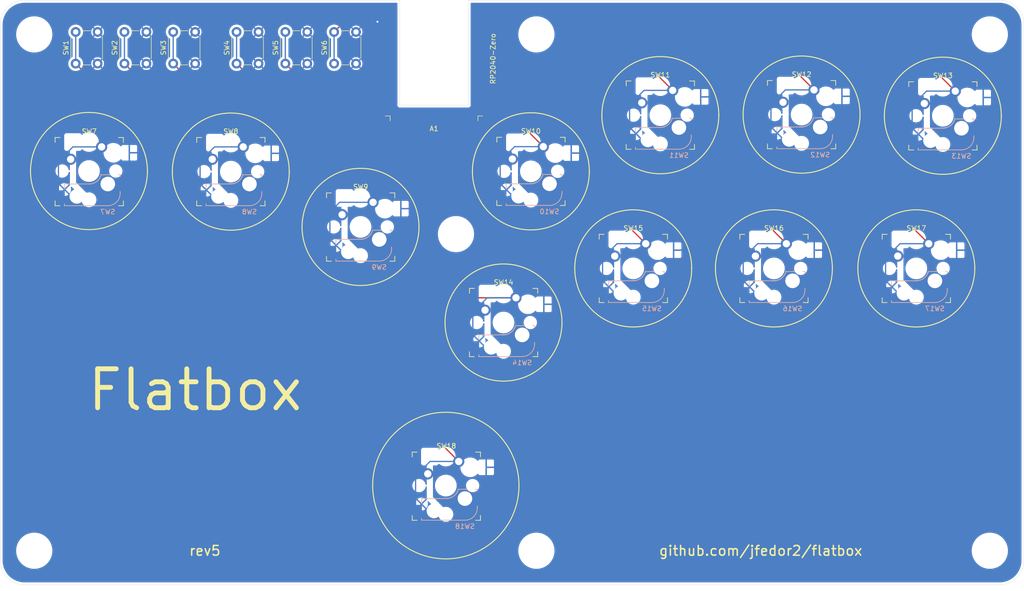
<source format=kicad_pcb>
(kicad_pcb (version 20211014) (generator pcbnew)
  (layers (0 "F.Cu" signal) (31 "B.Cu" signal) (34 "B.Paste" user) (35 "F.Paste" user) (36 "B.SilkS" user "B.Silkscreen") (37 "F.SilkS" user "F.Silkscreen") (38 "B.Mask" user) (39 "F.Mask" user) (44 "Edge.Cuts" user))
  (net 0 "")
  (net 1 "GND")
  (net 2 "LEFT")
  (net 3 "DOWN")
  (net 4 "RIGHT")
  (net 5 "UP")
  (net 6 "L1")
  (net 7 "R1")
  (net 8 "TRIANGLE")
  (net 9 "SQUARE")
  (net 10 "CIRCLE")
  (net 11 "CROSS")
  (net 12 "R2")
  (net 13 "L2")
  (net 14 "OPT1")
  (net 15 "OPT2")
  (net 16 "OPT3")
  (net 17 "OPT4")
  (net 18 "OPT5")
  (net 19 "OPT6")
  (footprint "MountingHole:MountingHole_6.4mm_M6" (layer "F.Cu") (at 47 37)
    (fp_text reference "H1" hide)
    (fp_text value "MountingHole")
    (pad "" np_thru_hole circle locked (at 0 0) (size 6.4 6.4) (drill 6.4) (layers *.Cu *.Mask))
  )
  (footprint "MountingHole:MountingHole_6.4mm_M6" (layer "F.Cu") (at 47 143)
    (fp_text reference "H4" hide)
    (fp_text value "MountingHole")
    (pad "" np_thru_hole circle locked (at 0 0) (size 6.4 6.4) (drill 6.4) (layers *.Cu *.Mask))
  )
  (footprint "MountingHole:MountingHole_6.4mm_M6" (layer "F.Cu") (at 243 143)
    (fp_text reference "H6" hide)
    (fp_text value "MountingHole")
    (pad "" np_thru_hole circle locked (at 0 0) (size 6.4 6.4) (drill 6.4) (layers *.Cu *.Mask))
  )
  (footprint "MountingHole:MountingHole_6.4mm_M6" (layer "F.Cu") (at 243 37)
    (fp_text reference "H3" hide)
    (fp_text value "MountingHole")
    (pad "" np_thru_hole circle locked (at 0 0) (size 6.4 6.4) (drill 6.4) (layers *.Cu *.Mask))
  )
  (footprint "MountingHole:MountingHole_6.4mm_M6" (layer "F.Cu") (at 150 37)
    (fp_text reference "H2" hide)
    (fp_text value "MountingHole")
    (pad "" np_thru_hole circle locked (at 0 0) (size 6.4 6.4) (drill 6.4) (layers *.Cu *.Mask))
  )
  (footprint "Button_Switch_THT:SW_PUSH_6mm_H5mm" (layer "F.Cu") (at 88.5 43 90)
    (fp_text reference "SW4" (at 3.25 -2 90) (layer "F.SilkS"))
    (fp_text value "SW_Push")
    (pad "1" thru_hole circle locked (at 6.5 0 180) (size 2 2) (drill 1.1) (layers *.Cu *.Mask) (net 17 "OPT4"))
    (pad "1" thru_hole circle locked (at 0 0 180) (size 2 2) (drill 1.1) (layers *.Cu *.Mask) (net 17 "OPT4"))
    (pad "2" thru_hole circle locked (at 0 4.5 180) (size 2 2) (drill 1.1) (layers *.Cu *.Mask) (net 1 "GND"))
    (pad "2" thru_hole circle locked (at 6.5 4.5 180) (size 2 2) (drill 1.1) (layers *.Cu *.Mask) (net 1 "GND"))
  )
  (footprint "Button_Switch_THT:SW_PUSH_6mm_H5mm" (layer "F.Cu") (at 65.5 43 90)
    (fp_text reference "SW2" (at 3.25 -2 90) (layer "F.SilkS"))
    (fp_text value "SW_Push")
    (pad "1" thru_hole circle locked (at 6.5 0 180) (size 2 2) (drill 1.1) (layers *.Cu *.Mask) (net 15 "OPT2"))
    (pad "1" thru_hole circle locked (at 0 0 180) (size 2 2) (drill 1.1) (layers *.Cu *.Mask) (net 15 "OPT2"))
    (pad "2" thru_hole circle locked (at 6.5 4.5 180) (size 2 2) (drill 1.1) (layers *.Cu *.Mask) (net 1 "GND"))
    (pad "2" thru_hole circle locked (at 0 4.5 180) (size 2 2) (drill 1.1) (layers *.Cu *.Mask) (net 1 "GND"))
  )
  (footprint "Button_Switch_THT:SW_PUSH_6mm_H5mm" (layer "F.Cu") (at 98.5 43 90)
    (fp_text reference "SW5" (at 3.25 -2 90) (layer "F.SilkS"))
    (fp_text value "SW_Push")
    (pad "1" thru_hole circle locked (at 6.5 0 180) (size 2 2) (drill 1.1) (layers *.Cu *.Mask) (net 18 "OPT5"))
    (pad "1" thru_hole circle locked (at 0 0 180) (size 2 2) (drill 1.1) (layers *.Cu *.Mask) (net 18 "OPT5"))
    (pad "2" thru_hole circle locked (at 6.5 4.5 180) (size 2 2) (drill 1.1) (layers *.Cu *.Mask) (net 1 "GND"))
    (pad "2" thru_hole circle locked (at 0 4.5 180) (size 2 2) (drill 1.1) (layers *.Cu *.Mask) (net 1 "GND"))
  )
  (footprint "Button_Switch_THT:SW_PUSH_6mm_H5mm" (layer "F.Cu") (at 55.5 43 90)
    (fp_text reference "SW1" (at 3.25 -2 90) (layer "F.SilkS"))
    (fp_text value "SW_Push")
    (pad "1" thru_hole circle locked (at 6.5 0 180) (size 2 2) (drill 1.1) (layers *.Cu *.Mask) (net 14 "OPT1"))
    (pad "1" thru_hole circle locked (at 0 0 180) (size 2 2) (drill 1.1) (layers *.Cu *.Mask) (net 14 "OPT1"))
    (pad "2" thru_hole circle locked (at 0 4.5 180) (size 2 2) (drill 1.1) (layers *.Cu *.Mask) (net 1 "GND"))
    (pad "2" thru_hole circle locked (at 6.5 4.5 180) (size 2 2) (drill 1.1) (layers *.Cu *.Mask) (net 1 "GND"))
  )
  (footprint "Button_Switch_THT:SW_PUSH_6mm_H5mm" (layer "F.Cu") (at 75.5 43 90)
    (fp_text reference "SW3" (at 3.25 -2 90) (layer "F.SilkS"))
    (fp_text value "SW_Push")
    (pad "1" thru_hole circle locked (at 0 0 180) (size 2 2) (drill 1.1) (layers *.Cu *.Mask) (net 16 "OPT3"))
    (pad "1" thru_hole circle locked (at 6.5 0 180) (size 2 2) (drill 1.1) (layers *.Cu *.Mask) (net 16 "OPT3"))
    (pad "2" thru_hole circle locked (at 6.5 4.5 180) (size 2 2) (drill 1.1) (layers *.Cu *.Mask) (net 1 "GND"))
    (pad "2" thru_hole circle locked (at 0 4.5 180) (size 2 2) (drill 1.1) (layers *.Cu *.Mask) (net 1 "GND"))
  )
  (footprint "Button_Switch_THT:SW_PUSH_6mm_H5mm" (layer "F.Cu") (at 108.5 43 90)
    (fp_text reference "SW6" (at 3.25 -2 90) (layer "F.SilkS"))
    (fp_text value "SW_Push")
    (pad "1" thru_hole circle locked (at 0 0 180) (size 2 2) (drill 1.1) (layers *.Cu *.Mask) (net 19 "OPT6"))
    (pad "1" thru_hole circle locked (at 6.5 0 180) (size 2 2) (drill 1.1) (layers *.Cu *.Mask) (net 19 "OPT6"))
    (pad "2" thru_hole circle locked (at 6.5 4.5 180) (size 2 2) (drill 1.1) (layers *.Cu *.Mask) (net 1 "GND"))
    (pad "2" thru_hole circle locked (at 0 4.5 180) (size 2 2) (drill 1.1) (layers *.Cu *.Mask) (net 1 "GND"))
  )
  (footprint "MountingHole:MountingHole_6.4mm_M6" (layer "F.Cu") (at 133.5 78)
    (fp_text reference "H7" hide)
    (fp_text value "MountingHole")
    (pad "" np_thru_hole circle locked (at 0 0) (size 6.4 6.4) (drill 6.4) (layers *.Cu *.Mask))
  )
  (footprint "MountingHole:MountingHole_6.4mm_M6" (layer "F.Cu") (at 150 143)
    (fp_text reference "H5" hide)
    (fp_text value "MountingHole")
    (pad "" np_thru_hole circle locked (at 0 0) (size 6.4 6.4) (drill 6.4) (layers *.Cu *.Mask))
  )
  (footprint "keyswitches:Kailh_socket_MX_optional" (layer "F.Cu") (at 143.265 96.15)
    (fp_text reference "SW14" (at 0 -8.255) (layer "F.SilkS"))
    (fp_text value "SW_Push")
    (fp_text user "${REFERENCE}" (at 3.81 8.255) (layer "B.SilkS") (effects (justify mirror)))
    (pad "" np_thru_hole circle locked (at -5.08 0) (size 1.7018 1.7018) (drill 1.7018) (layers *.Cu *.Mask))
    (pad "" np_thru_hole circle locked (at 3.81 2.54) (size 3 3) (drill 3) (layers *.Cu *.Mask))
    (pad "" np_thru_hole circle locked (at 0 0) (size 3.9878 3.9878) (drill 3.9878) (layers *.Cu *.Mask))
    (pad "" np_thru_hole circle locked (at 5.08 0) (size 1.7018 1.7018) (drill 1.7018) (layers *.Cu *.Mask))
    (pad "" np_thru_hole circle locked (at -2.54 5.08) (size 3 3) (drill 3) (layers *.Cu *.Mask))
    (pad "1" smd rect locked (at -6.29 5.08) (size 2.55 2.5) (layers "B.Cu" "B.Paste" "B.Mask") (net 11 "CROSS"))
    (pad "1" thru_hole circle locked (at 2.54 -5.08) (size 2.286 2.286) (drill 1.4986) (layers *.Cu *.Mask) (net 11 "CROSS"))
    (pad "2" thru_hole circle locked (at -3.81 -2.54) (size 2.286 2.286) (drill 1.4986) (layers *.Cu *.Mask) (net 1 "GND"))
    (pad "2" smd rect locked (at 7.56 2.54) (size 2.55 2.5) (layers "B.Cu" "B.Paste" "B.Mask") (net 1 "GND"))
  )
  (footprint "keyswitches:Kailh_socket_MX_optional" (layer "F.Cu") (at 131.525 129.75)
    (fp_text reference "SW18" (at 0 -8.255) (layer "F.SilkS"))
    (fp_text value "SW_Push")
    (fp_text user "${REFERENCE}" (at 3.81 8.255) (layer "B.SilkS") (effects (justify mirror)))
    (pad "" np_thru_hole circle locked (at -5.08 0) (size 1.7018 1.7018) (drill 1.7018) (layers *.Cu *.Mask))
    (pad "" np_thru_hole circle locked (at 0 0) (size 3.9878 3.9878) (drill 3.9878) (layers *.Cu *.Mask))
    (pad "" np_thru_hole circle locked (at -2.54 5.08) (size 3 3) (drill 3) (layers *.Cu *.Mask))
    (pad "" np_thru_hole circle locked (at 5.08 0) (size 1.7018 1.7018) (drill 1.7018) (layers *.Cu *.Mask))
    (pad "" np_thru_hole circle locked (at 3.81 2.54) (size 3 3) (drill 3) (layers *.Cu *.Mask))
    (pad "1" thru_hole circle locked (at 2.54 -5.08) (size 2.286 2.286) (drill 1.4986) (layers *.Cu *.Mask) (net 5 "UP"))
    (pad "1" smd rect locked (at -6.29 5.08) (size 2.55 2.5) (layers "B.Cu" "B.Paste" "B.Mask") (net 5 "UP"))
    (pad "2" thru_hole circle locked (at -3.81 -2.54) (size 2.286 2.286) (drill 1.4986) (layers *.Cu *.Mask) (net 1 "GND"))
    (pad "2" smd rect locked (at 7.56 2.54) (size 2.55 2.5) (layers "B.Cu" "B.Paste" "B.Mask") (net 1 "GND"))
  )
  (footprint "keyswitches:Kailh_socket_MX_optional" (layer "F.Cu") (at 204.39 53.475)
    (fp_text reference "SW12" (at 0 -8.255) (layer "F.SilkS"))
    (fp_text value "SW_Push")
    (fp_text user "${REFERENCE}" (at 3.81 8.255) (layer "B.SilkS") (effects (justify mirror)))
    (pad "" np_thru_hole circle locked (at 3.81 2.54) (size 3 3) (drill 3) (layers *.Cu *.Mask))
    (pad "" np_thru_hole circle locked (at 0 0) (size 3.9878 3.9878) (drill 3.9878) (layers *.Cu *.Mask))
    (pad "" np_thru_hole circle locked (at 5.08 0) (size 1.7018 1.7018) (drill 1.7018) (layers *.Cu *.Mask))
    (pad "" np_thru_hole circle locked (at -2.54 5.08) (size 3 3) (drill 3) (layers *.Cu *.Mask))
    (pad "" np_thru_hole circle locked (at -5.08 0) (size 1.7018 1.7018) (drill 1.7018) (layers *.Cu *.Mask))
    (pad "1" thru_hole circle locked (at 2.54 -5.08) (size 2.286 2.286) (drill 1.4986) (layers *.Cu *.Mask) (net 7 "R1"))
    (pad "1" smd rect locked (at -6.29 5.08) (size 2.55 2.5) (layers "B.Cu" "B.Paste" "B.Mask") (net 7 "R1"))
    (pad "2" smd rect locked (at 7.56 2.54) (size 2.55 2.5) (layers "B.Cu" "B.Paste" "B.Mask") (net 1 "GND"))
    (pad "2" thru_hole circle locked (at -3.81 -2.54) (size 2.286 2.286) (drill 1.4986) (layers *.Cu *.Mask) (net 1 "GND"))
  )
  (footprint "RP2040-Zero:RP2040-Zero" (layer "F.Cu") (at 129 42)
    (fp_text reference "A1" (at 0 14.35 unlocked) (layer "F.SilkS"))
    (fp_text value "RP2040-Zero")
    (pad "1" smd roundrect (at 9.16 -10.16 180) (size 3 1.524) (layers "F.Cu" "F.Paste" "F.Mask"))
    (pad "2" smd roundrect (at 9.16 -7.62 180) (size 3 1.524) (layers "F.Cu" "F.Paste" "F.Mask"))
    (pad "3" smd roundrect (at 9.16 -5.08 180) (size 3 1.524) (layers "F.Cu" "F.Paste" "F.Mask") (net 6 "L1"))
    (pad "4" smd roundrect (at 9.16 -2.54 180) (size 3 1.524) (layers "F.Cu" "F.Paste" "F.Mask") (net 13 "L2"))
    (pad "5" smd roundrect (at 9.16 0 180) (size 3 1.524) (layers "F.Cu" "F.Paste" "F.Mask") (net 7 "R1"))
    (pad "6" smd roundrect (at 9.16 2.54 180) (size 3 1.524) (layers "F.Cu" "F.Paste" "F.Mask") (net 12 "R2"))
    (pad "7" smd roundrect (at 9.16 5.08 180) (size 3 1.524) (layers "F.Cu" "F.Paste" "F.Mask") (net 8 "TRIANGLE"))
    (pad "8" smd roundrect (at 9.16 7.62 180) (size 3 1.524) (layers "F.Cu" "F.Paste" "F.Mask") (net 10 "CIRCLE"))
    (pad "9" smd roundrect (at 9.16 10.16 180) (size 3 1.524) (layers "F.Cu" "F.Paste" "F.Mask") (net 9 "SQUARE"))
    (pad "10" smd roundrect (at 5.08 11.7 270) (size 3 1.524) (layers "F.Cu" "F.Paste" "F.Mask") (net 11 "CROSS"))
    (pad "11" smd roundrect (at 2.54 11.7 270) (size 3 1.524) (layers "F.Cu" "F.Paste" "F.Mask") (net 5 "UP"))
    (pad "12" smd roundrect (at 0 11.7 270) (size 3 1.524) (layers "F.Cu" "F.Paste" "F.Mask") (net 4 "RIGHT"))
    (pad "13" smd roundrect (at -2.54 11.7 270) (size 3 1.524) (layers "F.Cu" "F.Paste" "F.Mask") (net 3 "DOWN"))
    (pad "14" smd roundrect (at -5.08 11.7 90) (size 3 1.524) (layers "F.Cu" "F.Paste" "F.Mask") (net 2 "LEFT"))
    (pad "15" smd roundrect (at -9.16 10.16 180) (size 3 1.524) (layers "F.Cu" "F.Paste" "F.Mask") (net 14 "OPT1"))
    (pad "16" smd roundrect (at -9.16 7.62 180) (size 3 1.524) (layers "F.Cu" "F.Paste" "F.Mask") (net 15 "OPT2"))
    (pad "17" smd roundrect (at -9.16 5.08 180) (size 3 1.524) (layers "F.Cu" "F.Paste" "F.Mask") (net 16 "OPT3"))
    (pad "18" smd roundrect (at -9.16 2.54 180) (size 3 1.524) (layers "F.Cu" "F.Paste" "F.Mask") (net 17 "OPT4"))
    (pad "19" smd roundrect (at -9.16 0 180) (size 3 1.524) (layers "F.Cu" "F.Paste" "F.Mask") (net 18 "OPT5"))
    (pad "20" smd roundrect (at -9.16 -2.54 180) (size 3 1.524) (layers "F.Cu" "F.Paste" "F.Mask") (net 19 "OPT6"))
    (pad "21" smd roundrect (at -9.16 -5.08 180) (size 3 1.524) (layers "F.Cu" "F.Paste" "F.Mask"))
    (pad "22" smd roundrect (at -9.16 -10.16 180) (size 3 1.524) (layers "F.Cu" "F.Paste" "F.Mask"))
    (pad "23" smd roundrect (at -9.16 -7.62 180) (size 3 1.524) (layers "F.Cu" "F.Paste" "F.Mask") (net 1 "GND"))
  )
  (footprint "keyswitches:Kailh_socket_MX_optional" (layer "F.Cu") (at 198.725 85.05)
    (fp_text reference "SW16" (at 0 -8.255) (layer "F.SilkS"))
    (fp_text value "SW_Push")
    (fp_text user "${REFERENCE}" (at 3.81 8.255) (layer "B.SilkS") (effects (justify mirror)))
    (pad "" np_thru_hole circle locked (at -2.54 5.08) (size 3 3) (drill 3) (layers *.Cu *.Mask))
    (pad "" np_thru_hole circle locked (at 3.81 2.54) (size 3 3) (drill 3) (layers *.Cu *.Mask))
    (pad "" np_thru_hole circle locked (at 5.08 0) (size 1.7018 1.7018) (drill 1.7018) (layers *.Cu *.Mask))
    (pad "" np_thru_hole circle locked (at -5.08 0) (size 1.7018 1.7018) (drill 1.7018) (layers *.Cu *.Mask))
    (pad "" np_thru_hole circle locked (at 0 0) (size 3.9878 3.9878) (drill 3.9878) (layers *.Cu *.Mask))
    (pad "1" thru_hole circle locked (at 2.54 -5.08) (size 2.286 2.286) (drill 1.4986) (layers *.Cu *.Mask) (net 12 "R2"))
    (pad "1" smd rect locked (at -6.29 5.08) (size 2.55 2.5) (layers "B.Cu" "B.Paste" "B.Mask") (net 12 "R2"))
    (pad "2" smd rect locked (at 7.56 2.54) (size 2.55 2.5) (layers "B.Cu" "B.Paste" "B.Mask") (net 1 "GND"))
    (pad "2" thru_hole circle locked (at -3.81 -2.54) (size 2.286 2.286) (drill 1.4986) (layers *.Cu *.Mask) (net 1 "GND"))
  )
  (footprint "keyswitches:Kailh_socket_MX_optional" (layer "F.Cu") (at 175.415 53.575)
    (fp_text reference "SW11" (at 0 -8.255) (layer "F.SilkS"))
    (fp_text value "SW_Push")
    (fp_text user "${REFERENCE}" (at 3.81 8.255) (layer "B.SilkS") (effects (justify mirror)))
    (pad "" np_thru_hole circle locked (at -2.54 5.08) (size 3 3) (drill 3) (layers *.Cu *.Mask))
    (pad "" np_thru_hole circle locked (at 5.08 0) (size 1.7018 1.7018) (drill 1.7018) (layers *.Cu *.Mask))
    (pad "" np_thru_hole circle locked (at 0 0) (size 3.9878 3.9878) (drill 3.9878) (layers *.Cu *.Mask))
    (pad "" np_thru_hole circle locked (at 3.81 2.54) (size 3 3) (drill 3) (layers *.Cu *.Mask))
    (pad "" np_thru_hole circle locked (at -5.08 0) (size 1.7018 1.7018) (drill 1.7018) (layers *.Cu *.Mask))
    (pad "1" smd rect locked (at -6.29 5.08) (size 2.55 2.5) (layers "B.Cu" "B.Paste" "B.Mask") (net 8 "TRIANGLE"))
    (pad "1" thru_hole circle locked (at 2.54 -5.08) (size 2.286 2.286) (drill 1.4986) (layers *.Cu *.Mask) (net 8 "TRIANGLE"))
    (pad "2" smd rect locked (at 7.56 2.54) (size 2.55 2.5) (layers "B.Cu" "B.Paste" "B.Mask") (net 1 "GND"))
    (pad "2" thru_hole circle locked (at -3.81 -2.54) (size 2.286 2.286) (drill 1.4986) (layers *.Cu *.Mask) (net 1 "GND"))
  )
  (footprint "keyswitches:Kailh_socket_MX_optional" (layer "F.Cu") (at 58.275 65.175)
    (fp_text reference "SW7" (at 0 -8.255) (layer "F.SilkS"))
    (fp_text value "SW_Push")
    (fp_text user "${REFERENCE}" (at 3.81 8.255) (layer "B.SilkS") (effects (justify mirror)))
    (pad "" np_thru_hole circle locked (at 0 0) (size 3.9878 3.9878) (drill 3.9878) (layers *.Cu *.Mask))
    (pad "" np_thru_hole circle locked (at 5.08 0) (size 1.7018 1.7018) (drill 1.7018) (layers *.Cu *.Mask))
    (pad "" np_thru_hole circle locked (at -5.08 0) (size 1.7018 1.7018) (drill 1.7018) (layers *.Cu *.Mask))
    (pad "" np_thru_hole circle locked (at 3.81 2.54) (size 3 3) (drill 3) (layers *.Cu *.Mask))
    (pad "" np_thru_hole circle locked (at -2.54 5.08) (size 3 3) (drill 3) (layers *.Cu *.Mask))
    (pad "1" thru_hole circle locked (at 2.54 -5.08) (size 2.286 2.286) (drill 1.4986) (layers *.Cu *.Mask) (net 2 "LEFT"))
    (pad "1" smd rect locked (at -6.29 5.08) (size 2.55 2.5) (layers "B.Cu" "B.Paste" "B.Mask") (net 2 "LEFT"))
    (pad "2" smd rect locked (at 7.56 2.54) (size 2.55 2.5) (layers "B.Cu" "B.Paste" "B.Mask") (net 1 "GND"))
    (pad "2" thru_hole circle locked (at -3.81 -2.54) (size 2.286 2.286) (drill 1.4986) (layers *.Cu *.Mask) (net 1 "GND"))
  )
  (footprint "keyswitches:Kailh_socket_MX_optional" (layer "F.Cu") (at 87.325 65.175)
    (fp_text reference "SW8" (at 0 -8.255) (layer "F.SilkS"))
    (fp_text value "SW_Push")
    (fp_text user "${REFERENCE}" (at 3.81 8.255) (layer "B.SilkS") (effects (justify mirror)))
    (pad "" np_thru_hole circle locked (at 0 0) (size 3.9878 3.9878) (drill 3.9878) (layers *.Cu *.Mask))
    (pad "" np_thru_hole circle locked (at -5.08 0) (size 1.7018 1.7018) (drill 1.7018) (layers *.Cu *.Mask))
    (pad "" np_thru_hole circle locked (at -2.54 5.08) (size 3 3) (drill 3) (layers *.Cu *.Mask))
    (pad "" np_thru_hole circle locked (at 3.81 2.54) (size 3 3) (drill 3) (layers *.Cu *.Mask))
    (pad "" np_thru_hole circle locked (at 5.08 0) (size 1.7018 1.7018) (drill 1.7018) (layers *.Cu *.Mask))
    (pad "1" thru_hole circle locked (at 2.54 -5.08) (size 2.286 2.286) (drill 1.4986) (layers *.Cu *.Mask) (net 3 "DOWN"))
    (pad "1" smd rect locked (at -6.29 5.08) (size 2.55 2.5) (layers "B.Cu" "B.Paste" "B.Mask") (net 3 "DOWN"))
    (pad "2" thru_hole circle locked (at -3.81 -2.54) (size 2.286 2.286) (drill 1.4986) (layers *.Cu *.Mask) (net 1 "GND"))
    (pad "2" smd rect locked (at 7.56 2.54) (size 2.55 2.5) (layers "B.Cu" "B.Paste" "B.Mask") (net 1 "GND"))
  )
  (footprint "keyswitches:Kailh_socket_MX_optional" (layer "F.Cu") (at 169.875 85.05)
    (fp_text reference "SW15" (at 0 -8.255) (layer "F.SilkS"))
    (fp_text value "SW_Push")
    (fp_text user "${REFERENCE}" (at 3.81 8.255) (layer "B.SilkS") (effects (justify mirror)))
    (pad "" np_thru_hole circle locked (at 3.81 2.54) (size 3 3) (drill 3) (layers *.Cu *.Mask))
    (pad "" np_thru_hole circle locked (at -5.08 0) (size 1.7018 1.7018) (drill 1.7018) (layers *.Cu *.Mask))
    (pad "" np_thru_hole circle locked (at -2.54 5.08) (size 3 3) (drill 3) (layers *.Cu *.Mask))
    (pad "" np_thru_hole circle locked (at 5.08 0) (size 1.7018 1.7018) (drill 1.7018) (layers *.Cu *.Mask))
    (pad "" np_thru_hole circle locked (at 0 0) (size 3.9878 3.9878) (drill 3.9878) (layers *.Cu *.Mask))
    (pad "1" thru_hole circle locked (at 2.54 -5.08) (size 2.286 2.286) (drill 1.4986) (layers *.Cu *.Mask) (net 10 "CIRCLE"))
    (pad "1" smd rect locked (at -6.29 5.08) (size 2.55 2.5) (layers "B.Cu" "B.Paste" "B.Mask") (net 10 "CIRCLE"))
    (pad "2" thru_hole circle locked (at -3.81 -2.54) (size 2.286 2.286) (drill 1.4986) (layers *.Cu *.Mask) (net 1 "GND"))
    (pad "2" smd rect locked (at 7.56 2.54) (size 2.55 2.5) (layers "B.Cu" "B.Paste" "B.Mask") (net 1 "GND"))
  )
  (footprint "keyswitches:Kailh_socket_MX_optional" (layer "F.Cu") (at 233.37 53.725)
    (fp_text reference "SW13" (at 0 -8.255) (layer "F.SilkS"))
    (fp_text value "SW_Push")
    (fp_text user "${REFERENCE}" (at 3.81 8.255) (layer "B.SilkS") (effects (justify mirror)))
    (pad "" np_thru_hole circle locked (at -2.54 5.08) (size 3 3) (drill 3) (layers *.Cu *.Mask))
    (pad "" np_thru_hole circle locked (at 0 0) (size 3.9878 3.9878) (drill 3.9878) (layers *.Cu *.Mask))
    (pad "" np_thru_hole circle locked (at 3.81 2.54) (size 3 3) (drill 3) (layers *.Cu *.Mask))
    (pad "" np_thru_hole circle locked (at -5.08 0) (size 1.7018 1.7018) (drill 1.7018) (layers *.Cu *.Mask))
    (pad "" np_thru_hole circle locked (at 5.08 0) (size 1.7018 1.7018) (drill 1.7018) (layers *.Cu *.Mask))
    (pad "1" thru_hole circle locked (at 2.54 -5.08) (size 2.286 2.286) (drill 1.4986) (layers *.Cu *.Mask) (net 6 "L1"))
    (pad "1" smd rect locked (at -6.29 5.08) (size 2.55 2.5) (layers "B.Cu" "B.Paste" "B.Mask") (net 6 "L1"))
    (pad "2" thru_hole circle locked (at -3.81 -2.54) (size 2.286 2.286) (drill 1.4986) (layers *.Cu *.Mask) (net 1 "GND"))
    (pad "2" smd rect locked (at 7.56 2.54) (size 2.55 2.5) (layers "B.Cu" "B.Paste" "B.Mask") (net 1 "GND"))
  )
  (footprint "keyswitches:Kailh_socket_MX_optional" (layer "F.Cu") (at 113.95 76.55)
    (fp_text reference "SW9" (at 0 -8.255) (layer "F.SilkS"))
    (fp_text value "SW_Push")
    (fp_text user "${REFERENCE}" (at 3.81 8.255) (layer "B.SilkS") (effects (justify mirror)))
    (pad "" np_thru_hole circle locked (at 0 0) (size 3.9878 3.9878) (drill 3.9878) (layers *.Cu *.Mask))
    (pad "" np_thru_hole circle locked (at 5.08 0) (size 1.7018 1.7018) (drill 1.7018) (layers *.Cu *.Mask))
    (pad "" np_thru_hole circle locked (at 3.81 2.54) (size 3 3) (drill 3) (layers *.Cu *.Mask))
    (pad "" np_thru_hole circle locked (at -5.08 0) (size 1.7018 1.7018) (drill 1.7018) (layers *.Cu *.Mask))
    (pad "" np_thru_hole circle locked (at -2.54 5.08) (size 3 3) (drill 3) (layers *.Cu *.Mask))
    (pad "1" thru_hole circle locked (at 2.54 -5.08) (size 2.286 2.286) (drill 1.4986) (layers *.Cu *.Mask) (net 4 "RIGHT"))
    (pad "1" smd rect locked (at -6.29 5.08) (size 2.55 2.5) (layers "B.Cu" "B.Paste" "B.Mask") (net 4 "RIGHT"))
    (pad "2" smd rect locked (at 7.56 2.54) (size 2.55 2.5) (layers "B.Cu" "B.Paste" "B.Mask") (net 1 "GND"))
    (pad "2" thru_hole circle locked (at -3.81 -2.54) (size 2.286 2.286) (drill 1.4986) (layers *.Cu *.Mask) (net 1 "GND"))
  )
  (footprint "keyswitches:Kailh_socket_MX_optional" (layer "F.Cu") (at 148.875 65.125)
    (fp_text reference "SW10" (at 0 -8.255) (layer "F.SilkS"))
    (fp_text value "SW_Push")
    (fp_text user "${REFERENCE}" (at 3.81 8.255) (layer "B.SilkS") (effects (justify mirror)))
    (pad "" np_thru_hole circle locked (at 5.08 0) (size 1.7018 1.7018) (drill 1.7018) (layers *.Cu *.Mask))
    (pad "" np_thru_hole circle locked (at 3.81 2.54) (size 3 3) (drill 3) (layers *.Cu *.Mask))
    (pad "" np_thru_hole circle locked (at 0 0) (size 3.9878 3.9878) (drill 3.9878) (layers *.Cu *.Mask))
    (pad "" np_thru_hole circle locked (at -2.54 5.08) (size 3 3) (drill 3) (layers *.Cu *.Mask))
    (pad "" np_thru_hole circle locked (at -5.08 0) (size 1.7018 1.7018) (drill 1.7018) (layers *.Cu *.Mask))
    (pad "1" thru_hole circle locked (at 2.54 -5.08) (size 2.286 2.286) (drill 1.4986) (layers *.Cu *.Mask) (net 9 "SQUARE"))
    (pad "1" smd rect locked (at -6.29 5.08) (size 2.55 2.5) (layers "B.Cu" "B.Paste" "B.Mask") (net 9 "SQUARE"))
    (pad "2" thru_hole circle locked (at -3.81 -2.54) (size 2.286 2.286) (drill 1.4986) (layers *.Cu *.Mask) (net 1 "GND"))
    (pad "2" smd rect locked (at 7.56 2.54) (size 2.55 2.5) (layers "B.Cu" "B.Paste" "B.Mask") (net 1 "GND"))
  )
  (footprint "keyswitches:Kailh_socket_MX_optional" (layer "F.Cu") (at 227.925 85.05)
    (fp_text reference "SW17" (at 0 -8.255) (layer "F.SilkS"))
    (fp_text value "SW_Push")
    (fp_text user "${REFERENCE}" (at 3.81 8.255) (layer "B.SilkS") (effects (justify mirror)))
    (pad "" np_thru_hole circle locked (at 5.08 0) (size 1.7018 1.7018) (drill 1.7018) (layers *.Cu *.Mask))
    (pad "" np_thru_hole circle locked (at -2.54 5.08) (size 3 3) (drill 3) (layers *.Cu *.Mask))
    (pad "" np_thru_hole circle locked (at 3.81 2.54) (size 3 3) (drill 3) (layers *.Cu *.Mask))
    (pad "" np_thru_hole circle locked (at -5.08 0) (size 1.7018 1.7018) (drill 1.7018) (layers *.Cu *.Mask))
    (pad "" np_thru_hole circle locked (at 0 0) (size 3.9878 3.9878) (drill 3.9878) (layers *.Cu *.Mask))
    (pad "1" smd rect locked (at -6.29 5.08) (size 2.55 2.5) (layers "B.Cu" "B.Paste" "B.Mask") (net 13 "L2"))
    (pad "1" thru_hole circle locked (at 2.54 -5.08) (size 2.286 2.286) (drill 1.4986) (layers *.Cu *.Mask) (net 13 "L2"))
    (pad "2" smd rect locked (at 7.56 2.54) (size 2.55 2.5) (layers "B.Cu" "B.Paste" "B.Mask") (net 1 "GND"))
    (pad "2" thru_hole circle locked (at -3.81 -2.54) (size 2.286 2.286) (drill 1.4986) (layers *.Cu *.Mask) (net 1 "GND"))
  )
  (gr_line (start 216.382567 53.463258) (end 216.382567 53.463258) (layer "F.SilkS") (width 0.2))
  (gr_line (start 245.355098 53.699766) (end 245.355098 53.699766) (layer "F.SilkS") (width 0.2))
  (gr_curve (pts (xy 75.320345 65.17053) (xy 75.320345 60.873617) (xy 77.606529 56.903105) (xy 81.317714 54.754648)) (layer "F.SilkS") (width 0.2))
  (gr_curve (pts (xy 93.312452 54.754648) (xy 97.023636 56.903105) (xy 99.309821 60.873617) (xy 99.309821 65.17053)) (layer "F.SilkS") (width 0.2))
  (gr_curve (pts (xy 181.412661 63.9974) (xy 177.701476 66.145857) (xy 173.129108 66.145857) (xy 169.417923 63.9974)) (layer "F.SilkS") (width 0.2))
  (gr_curve (pts (xy 233.918028 74.621539) (xy 237.629213 76.769996) (xy 239.915397 80.740507) (xy 239.915397 85.037421)) (layer "F.SilkS") (width 0.2))
  (gr_line (start 187.41003 53.581518) (end 187.41003 53.581518) (layer "F.SilkS") (width 0.2))
  (gr_curve (pts (xy 233.918028 95.453303) (xy 230.206843 97.601759) (xy 225.634475 97.601759) (xy 221.92329 95.453303)) (layer "F.SilkS") (width 0.2))
  (gr_curve (pts (xy 123.913745 142.649412) (xy 119.271238 139.9618) (xy 116.411337 134.994889) (xy 116.411337 129.619665)) (layer "F.SilkS") (width 0.2))
  (gr_curve (pts (xy 204.70893 95.453303) (xy 200.997745 97.601759) (xy 196.425377 97.601759) (xy 192.714192 95.453303)) (layer "F.SilkS") (width 0.2))
  (gr_curve (pts (xy 192.714192 74.621539) (xy 196.425377 72.473082) (xy 200.997745 72.473082) (xy 204.70893 74.621539)) (layer "F.SilkS") (width 0.2))
  (gr_curve (pts (xy 239.915397 85.037421) (xy 239.915397 89.334334) (xy 237.629213 93.304846) (xy 233.918028 95.453303)) (layer "F.SilkS") (width 0.2))
  (gr_curve (pts (xy 142.865684 75.530868) (xy 139.154499 73.382411) (xy 136.868315 69.4119) (xy 136.868315 65.114986)) (layer "F.SilkS") (width 0.2))
  (gr_curve (pts (xy 210.706299 85.037421) (xy 210.706299 89.334334) (xy 208.420115 93.304846) (xy 204.70893 95.453303)) (layer "F.SilkS") (width 0.2))
  (gr_curve (pts (xy 210.385198 43.047376) (xy 214.096383 45.195832) (xy 216.382567 49.166344) (xy 216.382567 53.463258)) (layer "F.SilkS") (width 0.2))
  (gr_line (start 181.852021 85.037421) (end 181.852021 85.037421) (layer "F.SilkS") (width 0.2))
  (gr_curve (pts (xy 221.92329 95.453303) (xy 218.212105 93.304846) (xy 215.925921 89.334334) (xy 215.925921 85.037421)) (layer "F.SilkS") (width 0.2))
  (gr_curve (pts (xy 93.312452 75.586412) (xy 89.601267 77.734869) (xy 85.028899 77.734869) (xy 81.317714 75.586412)) (layer "F.SilkS") (width 0.2))
  (gr_curve (pts (xy 175.854652 95.453303) (xy 172.143467 97.601759) (xy 167.571099 97.601759) (xy 163.859914 95.453303)) (layer "F.SilkS") (width 0.2))
  (gr_line (start 239.915397 85.037421) (end 239.915397 85.037421) (layer "F.SilkS") (width 0.2))
  (gr_curve (pts (xy 186.716823 85.037421) (xy 186.716823 80.740507) (xy 189.003008 76.769996) (xy 192.714192 74.621539)) (layer "F.SilkS") (width 0.2))
  (gr_curve (pts (xy 138.918561 142.649412) (xy 134.276055 145.337024) (xy 128.556251 145.337024) (xy 123.913745 142.649412)) (layer "F.SilkS") (width 0.2))
  (gr_curve (pts (xy 169.417923 43.165636) (xy 173.129108 41.01718) (xy 177.701476 41.01718) (xy 181.412661 43.165636)) (layer "F.SilkS") (width 0.2))
  (gr_curve (pts (xy 64.221646 54.636398) (xy 67.932831 56.784855) (xy 70.219015 60.755367) (xy 70.219015 65.05228)) (layer "F.SilkS") (width 0.2))
  (gr_curve (pts (xy 245.355098 53.699766) (xy 245.355097 60.342218) (xy 239.98487 65.72699) (xy 233.36036 65.72699)) (layer "F.SilkS") (width 0.2))
  (gr_curve (pts (xy 160.857791 65.114986) (xy 160.857791 69.4119) (xy 158.571607 73.382411) (xy 154.860422 75.530868)) (layer "F.SilkS") (width 0.2))
  (gr_curve (pts (xy 52.226909 54.636398) (xy 55.938093 52.487941) (xy 60.510462 52.487941) (xy 64.221646 54.636398)) (layer "F.SilkS") (width 0.2))
  (gr_curve (pts (xy 131.255108 96.153426) (xy 131.255108 91.856513) (xy 133.541293 87.886001) (xy 137.252477 85.737546)) (layer "F.SilkS") (width 0.2))
  (gr_curve (pts (xy 192.393091 53.463258) (xy 192.393091 49.166344) (xy 194.679275 45.195832) (xy 198.39046 43.047376)) (layer "F.SilkS") (width 0.2))
  (gr_curve (pts (xy 119.919904 86.938924) (xy 116.208719 89.08738) (xy 111.636351 89.08738) (xy 107.925166 86.938924)) (layer "F.SilkS") (width 0.2))
  (gr_curve (pts (xy 101.927798 76.523042) (xy 101.927798 72.226128) (xy 104.213982 68.255617) (xy 107.925166 66.10716)) (layer "F.SilkS") (width 0.2))
  (gr_curve (pts (xy 137.252477 85.737546) (xy 140.963662 83.589088) (xy 145.53603 83.589088) (xy 149.247215 85.737546)) (layer "F.SilkS") (width 0.2))
  (gr_curve (pts (xy 154.860422 54.699104) (xy 158.571607 56.847561) (xy 160.857791 60.818073) (xy 160.857791 65.114986)) (layer "F.SilkS") (width 0.2))
  (gr_curve (pts (xy 221.92329 74.621539) (xy 225.634475 72.473082) (xy 230.206843 72.473082) (xy 233.918028 74.621539)) (layer "F.SilkS") (width 0.2))
  (gr_line (start 155.244584 96.153426) (end 155.244584 96.153426) (layer "F.SilkS") (width 0.2))
  (gr_curve (pts (xy 181.852021 85.037421) (xy 181.852021 89.334334) (xy 179.565837 93.304846) (xy 175.854652 95.453303)) (layer "F.SilkS") (width 0.2))
  (gr_curve (pts (xy 138.918561 116.589918) (xy 143.561067 119.277529) (xy 146.420969 124.244441) (xy 146.420969 129.619665)) (layer "F.SilkS") (width 0.2))
  (gr_curve (pts (xy 64.221646 75.468162) (xy 60.510462 77.616619) (xy 55.938093 77.616619) (xy 52.226909 75.468162)) (layer "F.SilkS") (width 0.2))
  (gr_curve (pts (xy 227.362991 43.283884) (xy 231.074176 41.135427) (xy 235.646544 41.135427) (xy 239.357729 43.283884)) (layer "F.SilkS") (width 0.2))
  (gr_curve (pts (xy 169.417923 63.9974) (xy 165.706739 61.848943) (xy 163.420555 57.878432) (xy 163.420555 53.581518)) (layer "F.SilkS") (width 0.2))
  (gr_curve (pts (xy 116.411337 129.619665) (xy 116.411337 124.244441) (xy 119.271238 119.277529) (xy 123.913745 116.589918)) (layer "F.SilkS") (width 0.2))
  (gr_line (start 160.857791 65.114986) (end 160.857791 65.114986) (layer "F.SilkS") (width 0.2))
  (gr_curve (pts (xy 149.247215 85.737546) (xy 152.9584 87.886001) (xy 155.244584 91.856513) (xy 155.244584 96.153426)) (layer "F.SilkS") (width 0.2))
  (gr_curve (pts (xy 215.925921 85.037421) (xy 215.925921 80.740507) (xy 218.212105 76.769996) (xy 221.92329 74.621539)) (layer "F.SilkS") (width 0.2))
  (gr_curve (pts (xy 163.859914 95.453303) (xy 160.148729 93.304846) (xy 157.862545 89.334334) (xy 157.862545 85.037421)) (layer "F.SilkS") (width 0.2))
  (gr_curve (pts (xy 181.412661 43.165636) (xy 185.123846 45.314093) (xy 187.41003 49.284605) (xy 187.41003 53.581518)) (layer "F.SilkS") (width 0.2))
  (gr_curve (pts (xy 163.859914 74.621539) (xy 167.571099 72.473082) (xy 172.143467 72.473082) (xy 175.854652 74.621539)) (layer "F.SilkS") (width 0.2))
  (gr_curve (pts (xy 239.357729 43.283884) (xy 243.068914 45.432341) (xy 245.355098 49.402853) (xy 245.355098 53.699766)) (layer "F.SilkS") (width 0.2))
  (gr_curve (pts (xy 70.219015 65.05228) (xy 70.219015 69.349193) (xy 67.932831 73.319705) (xy 64.221646 75.468162)) (layer "F.SilkS") (width 0.2))
  (gr_curve (pts (xy 163.420555 53.581518) (xy 163.420555 49.284605) (xy 165.706739 45.314093) (xy 169.417923 43.165636)) (layer "F.SilkS") (width 0.2))
  (gr_line (start 70.219015 65.05228) (end 70.219015 65.05228) (layer "F.SilkS") (width 0.2))
  (gr_curve (pts (xy 107.925166 66.10716) (xy 111.636351 63.958703) (xy 116.208719 63.958703) (xy 119.919904 66.10716)) (layer "F.SilkS") (width 0.2))
  (gr_curve (pts (xy 146.420969 129.619665) (xy 146.420969 134.994889) (xy 143.561067 139.9618) (xy 138.918561 142.649412)) (layer "F.SilkS") (width 0.2))
  (gr_curve (pts (xy 157.862545 85.037421) (xy 157.862545 80.740507) (xy 160.148729 76.769996) (xy 163.859914 74.621539)) (layer "F.SilkS") (width 0.2))
  (gr_curve (pts (xy 119.919904 66.10716) (xy 123.631089 68.255617) (xy 125.917273 72.226128) (xy 125.917273 76.523042)) (layer "F.SilkS") (width 0.2))
  (gr_curve (pts (xy 123.913745 116.589918) (xy 128.556251 113.902306) (xy 134.276055 113.902306) (xy 138.918561 116.589918)) (layer "F.SilkS") (width 0.2))
  (gr_curve (pts (xy 107.925166 86.938924) (xy 104.213982 84.790467) (xy 101.927798 80.819955) (xy 101.927798 76.523042)) (layer "F.SilkS") (width 0.2))
  (gr_curve (pts (xy 210.385198 63.879139) (xy 206.674013 66.027596) (xy 202.101645 66.027596) (xy 198.39046 63.879139)) (layer "F.SilkS") (width 0.2))
  (gr_curve (pts (xy 221.365622 53.699766) (xy 221.365622 49.402853) (xy 223.651806 45.432341) (xy 227.362991 43.283884)) (layer "F.SilkS") (width 0.2))
  (gr_curve (pts (xy 81.317714 75.586412) (xy 77.606529 73.437955) (xy 75.320345 69.467444) (xy 75.320345 65.17053)) (layer "F.SilkS") (width 0.2))
  (gr_curve (pts (xy 187.41003 53.581518) (xy 187.41003 57.878432) (xy 185.123846 61.848943) (xy 181.412661 63.9974)) (layer "F.SilkS") (width 0.2))
  (gr_curve (pts (xy 198.39046 63.879139) (xy 194.679275 61.730683) (xy 192.393091 57.760171) (xy 192.393091 53.463258)) (layer "F.SilkS") (width 0.2))
  (gr_curve (pts (xy 137.252477 106.569308) (xy 133.541293 104.420852) (xy 131.255108 100.45034) (xy 131.255108 96.153426)) (layer "F.SilkS") (width 0.2))
  (gr_curve (pts (xy 81.317714 54.754648) (xy 85.028899 52.606192) (xy 89.601267 52.606192) (xy 93.312452 54.754648)) (layer "F.SilkS") (width 0.2))
  (gr_curve (pts (xy 136.868315 65.114986) (xy 136.868315 60.818073) (xy 139.154499 56.847561) (xy 142.865684 54.699104)) (layer "F.SilkS") (width 0.2))
  (gr_line (start 125.917273 76.523042) (end 125.917273 76.523042) (layer "F.SilkS") (width 0.2))
  (gr_line (start 99.309821 65.17053) (end 99.309821 65.17053) (layer "F.SilkS") (width 0.2))
  (gr_curve (pts (xy 149.247215 106.569308) (xy 145.53603 108.717765) (xy 140.963662 108.717765) (xy 137.252477 106.569308)) (layer "F.SilkS") (width 0.2))
  (gr_curve (pts (xy 155.244584 96.153426) (xy 155.244584 100.45034) (xy 152.9584 104.420852) (xy 149.247215 106.569308)) (layer "F.SilkS") (width 0.2))
  (gr_curve (pts (xy 99.309821 65.17053) (xy 99.309821 69.467444) (xy 97.023636 73.437955) (xy 93.312452 75.586412)) (layer "F.SilkS") (width 0.2))
  (gr_curve (pts (xy 192.714192 95.453303) (xy 189.003008 93.304846) (xy 186.716823 89.334334) (xy 186.716823 85.037421)) (layer "F.SilkS") (width 0.2))
  (gr_curve (pts (xy 175.854652 74.621539) (xy 179.565837 76.769996) (xy 181.852021 80.740507) (xy 181.852021 85.037421)) (layer "F.SilkS") (width 0.2))
  (gr_curve (pts (xy 52.226909 75.468162) (xy 48.515724 73.319705) (xy 46.22954 69.349193) (xy 46.22954 65.05228)) (layer "F.SilkS") (width 0.2))
  (gr_curve (pts (xy 46.22954 65.05228) (xy 46.22954 60.755367) (xy 48.515724 56.784855) (xy 52.226909 54.636398)) (layer "F.SilkS") (width 0.2))
  (gr_line (start 146.420969 129.619665) (end 146.420969 129.619665) (layer "F.SilkS") (width 0.2))
  (gr_curve (pts (xy 125.917273 76.523042) (xy 125.917273 80.819955) (xy 123.631089 84.790467) (xy 119.919904 86.938924)) (layer "F.SilkS") (width 0.2))
  (gr_curve (pts (xy 233.36036 65.72699) (xy 226.73585 65.72699) (xy 221.365623 60.342218) (xy 221.365622 53.699766)) (layer "F.SilkS") (width 0.2))
  (gr_curve (pts (xy 154.860422 75.530868) (xy 151.149237 77.679325) (xy 146.576869 77.679325) (xy 142.865684 75.530868)) (layer "F.SilkS") (width 0.2))
  (gr_curve (pts (xy 204.70893 74.621539) (xy 208.420115 76.769996) (xy 210.706299 80.740507) (xy 210.706299 85.037421)) (layer "F.SilkS") (width 0.2))
  (gr_curve (pts (xy 198.39046 43.047376) (xy 202.101645 40.898919) (xy 206.674013 40.898919) (xy 210.385198 43.047376)) (layer "F.SilkS") (width 0.2))
  (gr_curve (pts (xy 216.382567 53.463258) (xy 216.382567 57.760171) (xy 214.096383 61.730683) (xy 210.385198 63.879139)) (layer "F.SilkS") (width 0.2))
  (gr_curve (pts (xy 142.865684 54.699104) (xy 146.576869 52.550648) (xy 151.149237 52.550648) (xy 154.860422 54.699104)) (layer "F.SilkS") (width 0.2))
  (gr_line (start 210.706299 85.037421) (end 210.706299 85.037421) (layer "F.SilkS") (width 0.2))
  (gr_line (start 250 35) (end 250 145) (layer "Edge.Cuts") (width 0.05))
  (gr_line (start 245 150) (end 45 150) (layer "Edge.Cuts") (width 0.05))
  (gr_line (start 40 145) (end 40 35) (layer "Edge.Cuts") (width 0.05))
  (gr_line (start 45 30) (end 122 30) (layer "Edge.Cuts") (width 0.05))
  (gr_line (start 136 30) (end 245 30) (layer "Edge.Cuts") (width 0.05))
  (gr_line (start 122 30) (end 122 51.5) (layer "Edge.Cuts") (width 0.05))
  (gr_arc (start 40 35) (mid 41.464466 31.464466) (end 45 30) (layer "Edge.Cuts") (width 0.05))
  (gr_line (start 136 51.5) (end 136 30) (layer "Edge.Cuts") (width 0.05))
  (gr_arc (start 45 150) (mid 41.464466 148.535534) (end 40 145) (layer "Edge.Cuts") (width 0.05))
  (gr_arc (start 250 145) (mid 248.535534 148.535534) (end 245 150) (layer "Edge.Cuts") (width 0.05))
  (gr_arc (start 245 30) (mid 248.535534 31.464466) (end 250 35) (layer "Edge.Cuts") (width 0.05))
  (gr_line (start 122 51.5) (end 136 51.5) (layer "Edge.Cuts") (width 0.05))
  (gr_text "RP2040-Zero" (at 141.1 42 90) (layer "F.SilkS") (effects (font (size 1 1))))
  (gr_text "rev5" (at 82 143) (layer "F.SilkS") (effects (font (size 2 2) (thickness 0.3))))
  (gr_text "github.com/jfedor2/flatbox" (at 196 143) (layer "F.SilkS") (effects (font (size 2 2) (thickness 0.3))))
  (gr_text "Flatbox" (at 80 110) (layer "F.SilkS") (effects (font (size 8 8) (thickness 1))))
  (segment (start 117.42 34.38) (end 117.4 34.4) (width 0.381) (layer "F.Cu") (net 1))
  (segment (start 119.84 34.38) (end 117.42 34.38) (width 0.381) (layer "F.Cu") (net 1))
  (via (at 117.4 34.4) (size 0.8) (drill 0.4) (layers "F.Cu" "B.Cu") (net 1))
  (segment (start 108.7 51.6) (end 69.31 51.6) (width 0.254) (layer "F.Cu") (net 2))
  (segment (start 123.92 54.58) (end 122.4 56.1) (width 0.254) (layer "F.Cu") (net 2))
  (segment (start 113.2 56.1) (end 108.7 51.6) (width 0.254) (layer "F.Cu") (net 2))
  (segment (start 123.92 53.7) (end 123.92 54.58) (width 0.254) (layer "F.Cu") (net 2))
  (segment (start 122.4 56.1) (end 113.2 56.1) (width 0.254) (layer "F.Cu") (net 2))
  (segment (start 69.31 51.6) (end 60.815 60.095) (width 0.254) (layer "F.Cu") (net 2))
  (segment (start 60.815 60.095) (end 54.926106 60.095) (width 0.254) (layer "B.Cu") (net 2))
  (segment (start 51.967099 63.054007) (end 51.967099 70.237099) (width 0.254) (layer "B.Cu") (net 2))
  (segment (start 54.926106 60.095) (end 51.967099 63.054007) (width 0.254) (layer "B.Cu") (net 2))
  (segment (start 51.967099 70.237099) (end 51.985 70.255) (width 0.254) (layer "B.Cu") (net 2))
  (segment (start 126.46 54.54) (end 123.3 57.7) (width 0.254) (layer "F.Cu") (net 3))
  (segment (start 92.26 57.7) (end 89.865 60.095) (width 0.254) (layer "F.Cu") (net 3))
  (segment (start 126.46 53.7) (end 126.46 54.54) (width 0.254) (layer "F.Cu") (net 3))
  (segment (start 123.3 57.7) (end 92.26 57.7) (width 0.254) (layer "F.Cu") (net 3))
  (segment (start 81.017099 70.237099) (end 81.035 70.255) (width 0.254) (layer "B.Cu") (net 3))
  (segment (start 89.865 60.095) (end 83.976106 60.095) (width 0.254) (layer "B.Cu") (net 3))
  (segment (start 83.976106 60.095) (end 81.017099 63.054007) (width 0.254) (layer "B.Cu") (net 3))
  (segment (start 81.017099 63.054007) (end 81.017099 70.237099) (width 0.254) (layer "B.Cu") (net 3))
  (segment (start 129 53.7) (end 129 54.5) (width 0.254) (layer "F.Cu") (net 4))
  (segment (start 129 54.5) (end 116.49 67.01) (width 0.254) (layer "F.Cu") (net 4))
  (segment (start 116.49 67.01) (end 116.49 71.47) (width 0.254) (layer "F.Cu") (net 4))
  (segment (start 107.642099 73.457901) (end 107.642099 81.612099) (width 0.254) (layer "B.Cu") (net 4))
  (segment (start 109.63 71.47) (end 107.642099 73.457901) (width 0.254) (layer "B.Cu") (net 4))
  (segment (start 116.49 71.47) (end 109.63 71.47) (width 0.254) (layer "B.Cu") (net 4))
  (segment (start 107.642099 81.612099) (end 107.66 81.63) (width 0.254) (layer "B.Cu") (net 4))
  (segment (start 126.14599 116.75099) (end 134.065 124.67) (width 0.254) (layer "F.Cu") (net 5))
  (segment (start 131.54 54.36) (end 126.14599 59.75401) (width 0.254) (layer "F.Cu") (net 5))
  (segment (start 126.14599 59.75401) (end 126.14599 116.75099) (width 0.254) (layer "F.Cu") (net 5))
  (segment (start 131.54 53.7) (end 131.54 54.36) (width 0.254) (layer "F.Cu") (net 5))
  (segment (start 125.217099 134.812099) (end 125.235 134.83) (width 0.254) (layer "B.Cu") (net 5))
  (segment (start 125.217099 127.629007) (end 125.217099 134.812099) (width 0.254) (layer "B.Cu") (net 5))
  (segment (start 128.176106 124.67) (end 125.217099 127.629007) (width 0.254) (layer "B.Cu") (net 5))
  (segment (start 134.065 124.67) (end 128.176106 124.67) (width 0.254) (layer "B.Cu") (net 5))
  (segment (start 148.6 46.6) (end 153.375 46.6) (width 0.254) (layer "F.Cu") (net 6))
  (segment (start 225.665 38.4) (end 235.91 48.645) (width 0.254) (layer "F.Cu") (net 6))
  (segment (start 161.575 38.4) (end 225.665 38.4) (width 0.254) (layer "F.Cu") (net 6))
  (segment (start 138.16 36.92) (end 138.92 36.92) (width 0.254) (layer "F.Cu") (net 6))
  (segment (start 138.92 36.92) (end 148.6 46.6) (width 0.254) (layer "F.Cu") (net 6))
  (segment (start 153.375 46.6) (end 161.575 38.4) (width 0.254) (layer "F.Cu") (net 6))
  (segment (start 230.021106 48.645) (end 227.062099 51.604007) (width 0.254) (layer "B.Cu") (net 6))
  (segment (start 227.062099 51.604007) (end 227.062099 58.787099) (width 0.254) (layer "B.Cu") (net 6))
  (segment (start 235.91 48.645) (end 230.021106 48.645) (width 0.254) (layer "B.Cu") (net 6))
  (segment (start 227.062099 58.787099) (end 227.08 58.805) (width 0.254) (layer "B.Cu") (net 6))
  (segment (start 139 42) (end 145.2 48.2) (width 0.254) (layer "F.Cu") (net 7))
  (segment (start 198.56 40) (end 206.955 48.395) (width 0.254) (layer "F.Cu") (net 7))
  (segment (start 154.2 48.2) (end 162.4 40) (width 0.254) (layer "F.Cu") (net 7))
  (segment (start 162.4 40) (end 198.56 40) (width 0.254) (layer "F.Cu") (net 7))
  (segment (start 145.2 48.2) (end 154.2 48.2) (width 0.254) (layer "F.Cu") (net 7))
  (segment (start 198.107099 51.354007) (end 198.107099 58.537099) (width 0.254) (layer "B.Cu") (net 7))
  (segment (start 206.955 48.395) (end 201.066106 48.395) (width 0.254) (layer "B.Cu") (net 7))
  (segment (start 198.107099 58.537099) (end 198.125 58.555) (width 0.254) (layer "B.Cu") (net 7))
  (segment (start 201.066106 48.395) (end 198.107099 51.354007) (width 0.254) (layer "B.Cu") (net 7))
  (segment (start 157 51.6) (end 164.725 43.875) (width 0.254) (layer "F.Cu") (net 8))
  (segment (start 138.16 47.08) (end 139.08 47.08) (width 0.254) (layer "F.Cu") (net 8))
  (segment (start 139.08 47.08) (end 143.6 51.6) (width 0.254) (layer "F.Cu") (net 8))
  (segment (start 173.335 43.875) (end 177.955 48.495) (width 0.254) (layer "F.Cu") (net 8))
  (segment (start 143.6 51.6) (end 157 51.6) (width 0.254) (layer "F.Cu") (net 8))
  (segment (start 164.725 43.875) (end 173.335 43.875) (width 0.254) (layer "F.Cu") (net 8))
  (segment (start 172.066106 48.495) (end 169.107099 51.454007) (width 0.254) (layer "B.Cu") (net 8))
  (segment (start 169.107099 51.454007) (end 169.107099 58.637099) (width 0.254) (layer "B.Cu") (net 8))
  (segment (start 169.107099 58.637099) (end 169.125 58.655) (width 0.254) (layer "B.Cu") (net 8))
  (segment (start 177.955 48.495) (end 172.066106 48.495) (width 0.254) (layer "B.Cu") (net 8))
  (segment (start 138.16 52.16) (end 138.96 52.16) (width 0.254) (layer "F.Cu") (net 9))
  (segment (start 144.47 53.1) (end 151.415 60.045) (width 0.254) (layer "F.Cu") (net 9))
  (segment (start 139.9 53.1) (end 144.47 53.1) (width 0.254) (layer "F.Cu") (net 9))
  (segment (start 138.96 52.16) (end 139.9 53.1) (width 0.254) (layer "F.Cu") (net 9))
  (segment (start 142.567099 63.004007) (end 142.567099 70.187099) (width 0.254) (layer "B.Cu") (net 9))
  (segment (start 151.415 60.045) (end 145.526106 60.045) (width 0.254) (layer "B.Cu") (net 9))
  (segment (start 142.567099 70.187099) (end 142.585 70.205) (width 0.254) (layer "B.Cu") (net 9))
  (segment (start 145.526106 60.045) (end 142.567099 63.004007) (width 0.254) (layer "B.Cu") (net 9))
  (segment (start 161.75 57.725) (end 161.75 69.305) (width 0.254) (layer "F.Cu") (net 10))
  (segment (start 161.75 69.305) (end 172.415 79.97) (width 0.254) (layer "F.Cu") (net 10))
  (segment (start 142.1 52.5) (end 156.525 52.5) (width 0.254) (layer "F.Cu") (net 10))
  (segment (start 139.22 49.62) (end 142.1 52.5) (width 0.254) (layer "F.Cu") (net 10))
  (segment (start 156.525 52.5) (end 161.75 57.725) (width 0.254) (layer "F.Cu") (net 10))
  (segment (start 138.16 49.62) (end 139.22 49.62) (width 0.254) (layer "F.Cu") (net 10))
  (segment (start 172.415 79.97) (end 166.526106 79.97) (width 0.254) (layer "B.Cu") (net 10))
  (segment (start 163.567099 90.112099) (end 163.585 90.13) (width 0.254) (layer "B.Cu") (net 10))
  (segment (start 163.567099 82.929007) (end 163.567099 90.112099) (width 0.254) (layer "B.Cu") (net 10))
  (segment (start 166.526106 79.97) (end 163.567099 82.929007) (width 0.254) (layer "B.Cu") (net 10))
  (segment (start 131.895 91.07) (end 145.805 91.07) (width 0.254) (layer "F.Cu") (net 11))
  (segment (start 134.08 53.7) (end 134.08 54.42) (width 0.254) (layer "F.Cu") (net 11))
  (segment (start 126.95 61.55) (end 126.95 86.125) (width 0.254) (layer "F.Cu") (net 11))
  (segment (start 134.08 54.42) (end 126.95 61.55) (width 0.254) (layer "F.Cu") (net 11))
  (segment (start 126.95 86.125) (end 131.895 91.07) (width 0.254) (layer "F.Cu") (net 11))
  (segment (start 139.916106 91.07) (end 136.957099 94.029007) (width 0.254) (layer "B.Cu") (net 11))
  (segment (start 136.957099 94.029007) (end 136.957099 101.212099) (width 0.254) (layer "B.Cu") (net 11))
  (segment (start 145.805 91.07) (end 139.916106 91.07) (width 0.254) (layer "B.Cu") (net 11))
  (segment (start 136.957099 101.212099) (end 136.975 101.23) (width 0.254) (layer "B.Cu") (net 11))
  (segment (start 188.7 67.405) (end 201.265 79.97) (width 0.254) (layer "F.Cu") (net 12))
  (segment (start 188.7 47.15) (end 188.7 67.405) (width 0.254) (layer "F.Cu") (net 12))
  (segment (start 182.35 40.8) (end 188.7 47.15) (width 0.254) (layer "F.Cu") (net 12))
  (segment (start 143.5 49) (end 154.6 49) (width 0.254) (layer "F.Cu") (net 12))
  (segment (start 154.6 49) (end 162.8 40.8) (width 0.254) (layer "F.Cu") (net 12))
  (segment (start 162.8 40.8) (end 182.35 40.8) (width 0.254) (layer "F.Cu") (net 12))
  (segment (start 138.16 44.54) (end 139.04 44.54) (width 0.254) (layer "F.Cu") (net 12))
  (segment (start 139.04 44.54) (end 143.5 49) (width 0.254) (layer "F.Cu") (net 12))
  (segment (start 192.417099 82.929007) (end 192.417099 90.112099) (width 0.254) (layer "B.Cu") (net 12))
  (segment (start 192.417099 90.112099) (end 192.435 90.13) (width 0.254) (layer "B.Cu") (net 12))
  (segment (start 201.265 79.97) (end 195.376106 79.97) (width 0.254) (layer "B.Cu") (net 12))
  (segment (start 195.376106 79.97) (end 192.417099 82.929007) (width 0.254) (layer "B.Cu") (net 12))
  (segment (start 138.16 39.46) (end 139.06 39.46) (width 0.254) (layer "F.Cu") (net 13))
  (segment (start 162 39.2) (end 208.6 39.2) (width 0.254) (layer "F.Cu") (net 13))
  (segment (start 218 67.505) (end 230.465 79.97) (width 0.254) (layer "F.Cu") (net 13))
  (segment (start 153.8 47.4) (end 162 39.2) (width 0.254) (layer "F.Cu") (net 13))
  (segment (start 208.6 39.2) (end 218 48.6) (width 0.254) (layer "F.Cu") (net 13))
  (segment (start 139.06 39.46) (end 147 47.4) (width 0.254) (layer "F.Cu") (net 13))
  (segment (start 218 48.6) (end 218 67.505) (width 0.254) (layer "F.Cu") (net 13))
  (segment (start 147 47.4) (end 153.8 47.4) (width 0.254) (layer "F.Cu") (net 13))
  (segment (start 221.617099 90.112099) (end 221.635 90.13) (width 0.254) (layer "B.Cu") (net 13))
  (segment (start 230.465 79.97) (end 224.576106 79.97) (width 0.254) (layer "B.Cu") (net 13))
  (segment (start 224.576106 79.97) (end 221.617099 82.929007) (width 0.254) (layer "B.Cu") (net 13))
  (segment (start 221.617099 82.929007) (end 221.617099 90.112099) (width 0.254) (layer "B.Cu") (net 13))
  (segment (start 119.84 52.16) (end 119.06 52.16) (width 0.254) (layer "F.Cu") (net 14))
  (segment (start 115.7 48.8) (end 61.3 48.8) (width 0.254) (layer "F.Cu") (net 14))
  (segment (start 61.3 48.8) (end 55.5 43) (width 0.254) (layer "F.Cu") (net 14))
  (segment (start 119.06 52.16) (end 115.7 48.8) (width 0.254) (layer "F.Cu") (net 14))
  (segment (start 55.5 36.5) (end 55.5 43) (width 0.254) (layer "B.Cu") (net 14))
  (segment (start 70.5 48) (end 65.5 43) (width 0.254) (layer "F.Cu") (net 15))
  (segment (start 118.72 49.62) (end 117.1 48) (width 0.254) (layer "F.Cu") (net 15))
  (segment (start 119.84 49.62) (end 118.72 49.62) (width 0.254) (layer "F.Cu") (net 15))
  (segment (start 117.1 48) (end 70.5 48) (width 0.254) (layer "F.Cu") (net 15))
  (segment (start 65.5 36.5) (end 65.5 43) (width 0.254) (layer "B.Cu") (net 15))
  (segment (start 119.84 47.08) (end 119.72 47.2) (width 0.254) (layer "F.Cu") (net 16))
  (segment (start 79.7 47.2) (end 75.5 43) (width 0.254) (layer "F.Cu") (net 16))
  (segment (start 119.72 47.2) (end 79.7 47.2) (width 0.254) (layer "F.Cu") (net 16))
  (segment (start 75.5 36.5) (end 75.5 43) (width 0.254) (layer "B.Cu") (net 16))
  (segment (start 91.9 46.4) (end 88.5 43) (width 0.254) (layer "F.Cu") (net 17))
  (segment (start 117.05 46.4) (end 91.9 46.4) (width 0.254) (layer "F.Cu") (net 17))
  (segment (start 118.91 44.54) (end 117.05 46.4) (width 0.254) (layer "F.Cu") (net 17))
  (segment (start 119.84 44.54) (end 118.91 44.54) (width 0.254) (layer "F.Cu") (net 17))
  (segment (start 88.5 36.5) (end 88.5 43) (width 0.254) (layer "B.Cu") (net 17))
  (segment (start 119.84 42) (end 119.1 42) (width 0.254) (layer "F.Cu") (net 18))
  (segment (start 101.1 45.6) (end 98.5 43) (width 0.254) (layer "F.Cu") (net 18))
  (segment (start 119.1 42) (end 115.5 45.6) (width 0.254) (layer "F.Cu") (net 18))
  (segment (start 115.5 45.6) (end 101.1 45.6) (width 0.254) (layer "F.Cu") (net 18))
  (segment (start 98.5 36.5) (end 98.5 43) (width 0.254) (layer "B.Cu") (net 18))
  (segment (start 119.16 39.46) (end 119.84 39.46) (width 0.254) (layer "F.Cu") (net 19))
  (segment (start 110.7 34.3) (end 114 34.3) (width 0.254) (layer "F.Cu") (net 19))
  (segment (start 114 34.3) (end 119.16 39.46) (width 0.254) (layer "F.Cu") (net 19))
  (segment (start 108.5 36.5) (end 110.7 34.3) (width 0.254) (layer "F.Cu") (net 19))
  (segment (start 108.5 36.5) (end 108.5 43) (width 0.254) (layer "B.Cu") (net 19))
  (zone (net 1) (net_name "GND") (layer "B.Cu") (connect_pads (clearance 0.508)) (min_thickness 0.254) (fill yes (thermal_gap 0.3) (thermal_bridge_width 0.3))
    (polygon (pts (xy 250 150) (xy 40 150) (xy 40 30) (xy 250 30)))
  )
)
</source>
